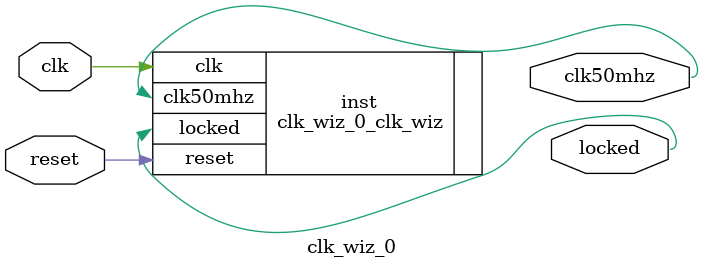
<source format=v>


`timescale 1ps/1ps

(* CORE_GENERATION_INFO = "clk_wiz_0,clk_wiz_v6_0_15_0_0,{component_name=clk_wiz_0,use_phase_alignment=true,use_min_o_jitter=false,use_max_i_jitter=false,use_dyn_phase_shift=false,use_inclk_switchover=false,use_dyn_reconfig=false,enable_axi=0,feedback_source=FDBK_AUTO,PRIMITIVE=MMCM,num_out_clk=1,clkin1_period=8.000,clkin2_period=10.000,use_power_down=false,use_reset=true,use_locked=true,use_inclk_stopped=false,feedback_type=SINGLE,CLOCK_MGR_TYPE=NA,manual_override=false}" *)

module clk_wiz_0 
 (
  // Clock out ports
  output        clk50mhz,
  // Status and control signals
  input         reset,
  output        locked,
 // Clock in ports
  input         clk
 );

  clk_wiz_0_clk_wiz inst
  (
  // Clock out ports  
  .clk50mhz(clk50mhz),
  // Status and control signals               
  .reset(reset), 
  .locked(locked),
 // Clock in ports
  .clk(clk)
  );

endmodule

</source>
